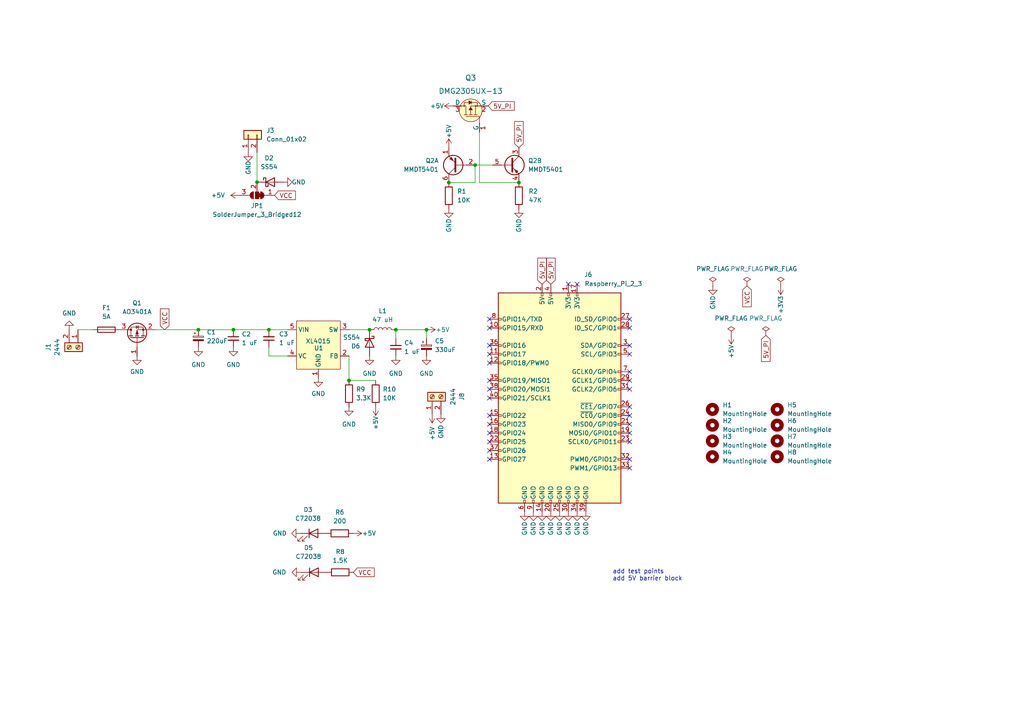
<source format=kicad_sch>
(kicad_sch (version 20211123) (generator eeschema)
  (paper "A4")
  (lib_symbols
    (symbol "Connector:Raspberry_Pi_2_3" (pin_names (offset 1.016))
      (property "Reference" "J" (at -17.78 31.75 0))
      (property "Value" "Raspberry_Pi_2_3" (at 10.16 -31.75 0))
      (symbol "Raspberry_Pi_2_3_0_1"
        (rectangle (start -17.78 30.48) (end 17.78 -30.48) (stroke (width 0.254)) (fill (type background)))
      )
      (symbol "Raspberry_Pi_2_3_1_1"
        (rectangle (start -16.891 -17.526) (end -17.78 -18.034))
        (rectangle (start -16.891 -14.986) (end -17.78 -15.494))
        (rectangle (start -16.891 -12.446) (end -17.78 -12.954))
        (rectangle (start -16.891 -9.906) (end -17.78 -10.414))
        (rectangle (start -16.891 -7.366) (end -17.78 -7.874))
        (rectangle (start -16.891 -4.826) (end -17.78 -5.334))
        (rectangle (start -16.891 0.254) (end -17.78 -0.254))
        (rectangle (start -16.891 2.794) (end -17.78 2.286))
        (rectangle (start -16.891 5.334) (end -17.78 4.826))
        (rectangle (start -16.891 10.414) (end -17.78 9.906))
        (rectangle (start -16.891 12.954) (end -17.78 12.446))
        (rectangle (start -16.891 15.494) (end -17.78 14.986))
        (rectangle (start -16.891 20.574) (end -17.78 20.066))
        (rectangle (start -16.891 23.114) (end -17.78 22.606))
        (rectangle (start -10.414 -29.591) (end -9.906 -30.48))
        (rectangle (start -7.874 -29.591) (end -7.366 -30.48))
        (rectangle (start -5.334 -29.591) (end -4.826 -30.48))
        (rectangle (start -5.334 30.48) (end -4.826 29.591))
        (rectangle (start -2.794 -29.591) (end -2.286 -30.48))
        (rectangle (start -2.794 30.48) (end -2.286 29.591))
        (rectangle (start -0.254 -29.591) (end 0.254 -30.48))
        (rectangle (start 2.286 -29.591) (end 2.794 -30.48))
        (rectangle (start 2.286 30.48) (end 2.794 29.591))
        (rectangle (start 4.826 -29.591) (end 5.334 -30.48))
        (rectangle (start 4.826 30.48) (end 5.334 29.591))
        (rectangle (start 7.366 -29.591) (end 7.874 -30.48))
        (rectangle (start 17.78 -20.066) (end 16.891 -20.574))
        (rectangle (start 17.78 -17.526) (end 16.891 -18.034))
        (rectangle (start 17.78 -12.446) (end 16.891 -12.954))
        (rectangle (start 17.78 -9.906) (end 16.891 -10.414))
        (rectangle (start 17.78 -7.366) (end 16.891 -7.874))
        (rectangle (start 17.78 -4.826) (end 16.891 -5.334))
        (rectangle (start 17.78 -2.286) (end 16.891 -2.794))
        (rectangle (start 17.78 2.794) (end 16.891 2.286))
        (rectangle (start 17.78 5.334) (end 16.891 4.826))
        (rectangle (start 17.78 7.874) (end 16.891 7.366))
        (rectangle (start 17.78 12.954) (end 16.891 12.446))
        (rectangle (start 17.78 15.494) (end 16.891 14.986))
        (rectangle (start 17.78 20.574) (end 16.891 20.066))
        (rectangle (start 17.78 23.114) (end 16.891 22.606))
        (pin power_in line (at 2.54 33.02 270) (length 2.54) (name "3V3") (number "1"))
        (pin bidirectional line (at -20.32 20.32 0) (length 2.54) (name "GPIO15/RXD") (number "10"))
        (pin bidirectional line (at -20.32 12.7 0) (length 2.54) (name "GPIO17") (number "11"))
        (pin bidirectional line (at -20.32 10.16 0) (length 2.54) (name "GPIO18/PWM0") (number "12"))
        (pin bidirectional line (at -20.32 -17.78 0) (length 2.54) (name "GPIO27") (number "13"))
        (pin power_in line (at -5.08 -33.02 90) (length 2.54) (name "GND") (number "14"))
        (pin bidirectional line (at -20.32 -5.08 0) (length 2.54) (name "GPIO22") (number "15"))
        (pin bidirectional line (at -20.32 -7.62 0) (length 2.54) (name "GPIO23") (number "16"))
        (pin power_in line (at 5.08 33.02 270) (length 2.54) (name "3V3") (number "17"))
        (pin bidirectional line (at -20.32 -10.16 0) (length 2.54) (name "GPIO24") (number "18"))
        (pin bidirectional line (at 20.32 -10.16 180) (length 2.54) (name "MOSI0/GPIO10") (number "19"))
        (pin power_in line (at -5.08 33.02 270) (length 2.54) (name "5V") (number "2"))
        (pin power_in line (at -2.54 -33.02 90) (length 2.54) (name "GND") (number "20"))
        (pin bidirectional line (at 20.32 -7.62 180) (length 2.54) (name "MISO0/GPIO9") (number "21"))
        (pin bidirectional line (at -20.32 -12.7 0) (length 2.54) (name "GPIO25") (number "22"))
        (pin bidirectional line (at 20.32 -12.7 180) (length 2.54) (name "SCLK0/GPIO11") (number "23"))
        (pin bidirectional line (at 20.32 -5.08 180) (length 2.54) (name "~{CE0}/GPIO8") (number "24"))
        (pin power_in line (at 0 -33.02 90) (length 2.54) (name "GND") (number "25"))
        (pin bidirectional line (at 20.32 -2.54 180) (length 2.54) (name "~{CE1}/GPIO7") (number "26"))
        (pin bidirectional line (at 20.32 22.86 180) (length 2.54) (name "ID_SD/GPIO0") (number "27"))
        (pin bidirectional line (at 20.32 20.32 180) (length 2.54) (name "ID_SC/GPIO1") (number "28"))
        (pin bidirectional line (at 20.32 5.08 180) (length 2.54) (name "GCLK1/GPIO5") (number "29"))
        (pin bidirectional line (at 20.32 15.24 180) (length 2.54) (name "SDA/GPIO2") (number "3"))
        (pin power_in line (at 2.54 -33.02 90) (length 2.54) (name "GND") (number "30"))
        (pin bidirectional line (at 20.32 2.54 180) (length 2.54) (name "GCLK2/GPIO6") (number "31"))
        (pin bidirectional line (at 20.32 -17.78 180) (length 2.54) (name "PWM0/GPIO12") (number "32"))
        (pin bidirectional line (at 20.32 -20.32 180) (length 2.54) (name "PWM1/GPIO13") (number "33"))
        (pin power_in line (at 5.08 -33.02 90) (length 2.54) (name "GND") (number "34"))
        (pin bidirectional line (at -20.32 5.08 0) (length 2.54) (name "GPIO19/MISO1") (number "35"))
        (pin bidirectional line (at -20.32 15.24 0) (length 2.54) (name "GPIO16") (number "36"))
        (pin bidirectional line (at -20.32 -15.24 0) (length 2.54) (name "GPIO26") (number "37"))
        (pin bidirectional line (at -20.32 2.54 0) (length 2.54) (name "GPIO20/MOSI1") (number "38"))
        (pin power_in line (at 7.62 -33.02 90) (length 2.54) (name "GND") (number "39"))
        (pin power_in line (at -2.54 33.02 270) (length 2.54) (name "5V") (number "4"))
        (pin bidirectional line (at -20.32 0 0) (length 2.54) (name "GPIO21/SCLK1") (number "40"))
        (pin bidirectional line (at 20.32 12.7 180) (length 2.54) (name "SCL/GPIO3") (number "5"))
        (pin power_in line (at -10.16 -33.02 90) (length 2.54) (name "GND") (number "6"))
        (pin bidirectional line (at 20.32 7.62 180) (length 2.54) (name "GCLK0/GPIO4") (number "7"))
        (pin bidirectional line (at -20.32 22.86 0) (length 2.54) (name "GPIO14/TXD") (number "8"))
        (pin power_in line (at -7.62 -33.02 90) (length 2.54) (name "GND") (number "9"))
      )
    )
    (symbol "Connector:Screw_Terminal_01x02" (pin_names (offset 1.016) hide)
      (property "Reference" "J" (at 0 2.54 0))
      (property "Value" "Screw_Terminal_01x02" (at 0 -5.08 0))
      (symbol "Screw_Terminal_01x02_1_1"
        (rectangle (start -1.27 1.27) (end 1.27 -3.81) (stroke (width 0.254)) (fill (type background)))
        (circle (center 0 -2.54) (radius 0.635) (stroke (width 0.1524)))
        (polyline (pts (xy -0.5334 -2.2098) (xy 0.3302 -3.048)) (stroke (width 0.1524)))
        (polyline (pts (xy -0.5334 0.3302) (xy 0.3302 -0.508)) (stroke (width 0.1524)))
        (polyline (pts (xy -0.3556 -2.032) (xy 0.508 -2.8702)) (stroke (width 0.1524)))
        (polyline (pts (xy -0.3556 0.508) (xy 0.508 -0.3302)) (stroke (width 0.1524)))
        (circle (center 0 0) (radius 0.635) (stroke (width 0.1524)))
        (pin passive line (at -5.08 0 0) (length 3.81) (name "Pin_1") (number "1"))
        (pin passive line (at -5.08 -2.54 0) (length 3.81) (name "Pin_2") (number "2"))
      )
    )
    (symbol "Connector_Generic:Conn_01x02" (pin_names (offset 1.016) hide)
      (property "Reference" "J" (at 0 2.54 0))
      (property "Value" "Conn_01x02" (at 0 -5.08 0))
      (symbol "Conn_01x02_1_1"
        (rectangle (start -1.27 -2.413) (end 0 -2.667) (stroke (width 0.1524)))
        (rectangle (start -1.27 0.127) (end 0 -0.127) (stroke (width 0.1524)))
        (rectangle (start -1.27 1.27) (end 1.27 -3.81) (stroke (width 0.254)) (fill (type background)))
        (pin passive line (at -5.08 0 0) (length 3.81) (name "Pin_1") (number "1"))
        (pin passive line (at -5.08 -2.54 0) (length 3.81) (name "Pin_2") (number "2"))
      )
    )
    (symbol "Device:C_Polarized_Small" (pin_numbers hide) (pin_names (offset 0.254) hide)
      (property "Reference" "C" (at 0.254 1.778 0))
      (property "Value" "C_Polarized_Small" (at 0.254 -2.032 0))
      (symbol "C_Polarized_Small_0_1"
        (rectangle (start -1.524 -0.3048) (end 1.524 -0.6858) (fill (type outline)))
        (rectangle (start -1.524 0.6858) (end 1.524 0.3048))
        (polyline (pts (xy -1.27 1.524) (xy -0.762 1.524)))
        (polyline (pts (xy -1.016 1.27) (xy -1.016 1.778)))
      )
      (symbol "C_Polarized_Small_1_1"
        (pin passive line (at 0 2.54 270) (length 1.8542) (name "~") (number "1"))
        (pin passive line (at 0 -2.54 90) (length 1.8542) (name "~") (number "2"))
      )
    )
    (symbol "Device:C_Small" (pin_numbers hide) (pin_names (offset 0.254) hide)
      (property "Reference" "C" (at 0.254 1.778 0))
      (property "Value" "C_Small" (at 0.254 -2.032 0))
      (symbol "C_Small_0_1"
        (polyline (pts (xy -1.524 -0.508) (xy 1.524 -0.508)) (stroke (width 0.3302)))
        (polyline (pts (xy -1.524 0.508) (xy 1.524 0.508)) (stroke (width 0.3048)))
      )
      (symbol "C_Small_1_1"
        (pin passive line (at 0 2.54 270) (length 2.032) (name "~") (number "1"))
        (pin passive line (at 0 -2.54 90) (length 2.032) (name "~") (number "2"))
      )
    )
    (symbol "Device:D_Schottky" (pin_numbers hide) (pin_names (offset 1.016) hide)
      (property "Reference" "D" (at 0 2.54 0))
      (property "Value" "D_Schottky" (at 0 -2.54 0))
      (symbol "D_Schottky_0_1"
        (polyline (pts (xy 1.27 0) (xy -1.27 0)))
        (polyline (pts (xy 1.27 1.27) (xy 1.27 -1.27) (xy -1.27 0) (xy 1.27 1.27)) (stroke (width 0.254)))
        (polyline (pts (xy -1.905 0.635) (xy -1.905 1.27) (xy -1.27 1.27) (xy -1.27 -1.27) (xy -0.635 -1.27) (xy -0.635 -0.635)) (stroke (width 0.254)))
      )
      (symbol "D_Schottky_1_1"
        (pin passive line (at -3.81 0 0) (length 2.54) (name "K") (number "1"))
        (pin passive line (at 3.81 0 180) (length 2.54) (name "A") (number "2"))
      )
    )
    (symbol "Device:Fuse" (pin_numbers hide) (pin_names (offset 0))
      (property "Reference" "F" (at 2.032 0 90))
      (property "Value" "Fuse" (at -1.905 0 90))
      (symbol "Fuse_0_1"
        (rectangle (start -0.762 -2.54) (end 0.762 2.54) (stroke (width 0.254)))
        (polyline (pts (xy 0 2.54) (xy 0 -2.54)))
      )
      (symbol "Fuse_1_1"
        (pin passive line (at 0 3.81 270) (length 1.27) (name "~") (number "1"))
        (pin passive line (at 0 -3.81 90) (length 1.27) (name "~") (number "2"))
      )
    )
    (symbol "Device:L" (pin_numbers hide) (pin_names (offset 1.016) hide)
      (property "Reference" "L" (at -1.27 0 90))
      (property "Value" "L" (at 1.905 0 90))
      (symbol "L_0_1"
        (arc (start 0 -2.54) (mid 0.635 -1.905) (end 0 -1.27))
        (arc (start 0 -1.27) (mid 0.635 -0.635) (end 0 0))
        (arc (start 0 0) (mid 0.635 0.635) (end 0 1.27))
        (arc (start 0 1.27) (mid 0.635 1.905) (end 0 2.54))
      )
      (symbol "L_1_1"
        (pin passive line (at 0 3.81 270) (length 1.27) (name "1") (number "1"))
        (pin passive line (at 0 -3.81 90) (length 1.27) (name "2") (number "2"))
      )
    )
    (symbol "Device:LED" (pin_numbers hide) (pin_names (offset 1.016) hide)
      (property "Reference" "D" (at 0 2.54 0))
      (property "Value" "LED" (at 0 -2.54 0))
      (symbol "LED_0_1"
        (polyline (pts (xy -1.27 -1.27) (xy -1.27 1.27)) (stroke (width 0.254)))
        (polyline (pts (xy -1.27 0) (xy 1.27 0)))
        (polyline (pts (xy 1.27 -1.27) (xy 1.27 1.27) (xy -1.27 0) (xy 1.27 -1.27)) (stroke (width 0.254)))
        (polyline (pts (xy -3.048 -0.762) (xy -4.572 -2.286) (xy -3.81 -2.286) (xy -4.572 -2.286) (xy -4.572 -1.524)))
        (polyline (pts (xy -1.778 -0.762) (xy -3.302 -2.286) (xy -2.54 -2.286) (xy -3.302 -2.286) (xy -3.302 -1.524)))
      )
      (symbol "LED_1_1"
        (pin passive line (at -3.81 0 0) (length 2.54) (name "K") (number "1"))
        (pin passive line (at 3.81 0 180) (length 2.54) (name "A") (number "2"))
      )
    )
    (symbol "Device:R" (pin_numbers hide) (pin_names (offset 0))
      (property "Reference" "R" (at 2.032 0 90))
      (property "Value" "R" (at 0 0 90))
      (symbol "R_0_1"
        (rectangle (start -1.016 -2.54) (end 1.016 2.54) (stroke (width 0.254)))
      )
      (symbol "R_1_1"
        (pin passive line (at 0 3.81 270) (length 1.27) (name "~") (number "1"))
        (pin passive line (at 0 -3.81 90) (length 1.27) (name "~") (number "2"))
      )
    )
    (symbol "Jumper:SolderJumper_3_Bridged12" (pin_names (offset 0) hide)
      (property "Reference" "JP" (at -2.54 -2.54 0))
      (property "Value" "SolderJumper_3_Bridged12" (at 0 2.794 0))
      (symbol "SolderJumper_3_Bridged12_0_1"
        (rectangle (start -1.016 0.508) (end -0.508 -0.508) (fill (type outline)))
        (arc (start -1.016 1.016) (mid -2.032 0) (end -1.016 -1.016))
        (arc (start -1.016 1.016) (mid -2.032 0) (end -1.016 -1.016) (fill (type outline)))
        (rectangle (start -0.508 1.016) (end 0.508 -1.016) (fill (type outline)))
        (polyline (pts (xy -2.54 0) (xy -2.032 0)))
        (polyline (pts (xy -1.016 1.016) (xy -1.016 -1.016)))
        (polyline (pts (xy 0 -1.27) (xy 0 -1.016)))
        (polyline (pts (xy 1.016 1.016) (xy 1.016 -1.016)))
        (polyline (pts (xy 2.54 0) (xy 2.032 0)))
        (arc (start 1.016 -1.016) (mid 2.032 0) (end 1.016 1.016))
        (arc (start 1.016 -1.016) (mid 2.032 0) (end 1.016 1.016) (fill (type outline)))
      )
      (symbol "SolderJumper_3_Bridged12_1_1"
        (pin passive line (at -5.08 0 0) (length 2.54) (name "A") (number "1"))
        (pin passive line (at 0 -3.81 90) (length 2.54) (name "C") (number "2"))
        (pin passive line (at 5.08 0 180) (length 2.54) (name "B") (number "3"))
      )
    )
    (symbol "Mechanical:MountingHole" (pin_names (offset 1.016))
      (property "Reference" "H" (at 0 5.08 0))
      (property "Value" "MountingHole" (at 0 3.175 0))
      (symbol "MountingHole_0_1"
        (circle (center 0 0) (radius 1.27) (stroke (width 1.27)))
      )
    )
    (symbol "Regulator_Switching:XL4015"
      (property "Reference" "U" (at 0 -1.27 0))
      (property "Value" "XL4015" (at 0 1.27 0))
      (symbol "XL4015_0_1"
        (rectangle (start -6.35 6.35) (end 6.35 -7.62) (stroke (width 0.1524)) (fill (type background)))
      )
      (symbol "XL4015_1_1"
        (pin power_in line (at 0 -10.16 90) (length 2.54) (name "GND") (number "1"))
        (pin input line (at 8.89 -3.81 180) (length 2.54) (name "FB") (number "2"))
        (pin power_out line (at 8.89 3.81 180) (length 2.54) (name "SW") (number "3"))
        (pin input line (at -8.89 -3.81 0) (length 2.54) (name "VC") (number "4"))
        (pin power_in line (at -8.89 3.81 0) (length 2.54) (name "VIN") (number "5"))
      )
    )
    (symbol "Transistor_BJT:MMDT5401" (pin_names (offset 0) hide)
      (property "Reference" "Q" (at 5.08 1.27 0))
      (property "Value" "MMDT5401" (at 5.08 -1.27 0))
      (symbol "MMDT5401_0_1"
        (polyline (pts (xy 0.635 0) (xy -2.54 0)))
        (polyline (pts (xy 0.635 0.635) (xy 2.54 2.54)))
        (polyline (pts (xy 0.635 -0.635) (xy 2.54 -2.54) (xy 2.54 -2.54)))
        (polyline (pts (xy 0.635 1.905) (xy 0.635 -1.905) (xy 0.635 -1.905)) (stroke (width 0.508)))
        (polyline (pts (xy 2.286 -1.778) (xy 1.778 -2.286) (xy 1.27 -1.27) (xy 2.286 -1.778) (xy 2.286 -1.778)) (fill (type outline)))
        (circle (center 1.27 0) (radius 2.8194) (stroke (width 0.254)))
      )
      (symbol "MMDT5401_1_1"
        (pin passive line (at 2.54 -5.08 90) (length 2.54) (name "E1") (number "1"))
        (pin input line (at -5.08 0 0) (length 2.54) (name "B1") (number "2"))
        (pin passive line (at 2.54 5.08 270) (length 2.54) (name "C1") (number "6"))
      )
      (symbol "MMDT5401_2_1"
        (pin passive line (at 2.54 5.08 270) (length 2.54) (name "C2") (number "3"))
        (pin passive line (at 2.54 -5.08 90) (length 2.54) (name "E2") (number "4"))
        (pin input line (at -5.08 0 0) (length 2.54) (name "B2") (number "5"))
      )
    )
    (symbol "Transistor_FET:AO3401A" (pin_names hide)
      (property "Reference" "Q" (at 5.08 1.905 0))
      (property "Value" "AO3401A" (at 5.08 0 0))
      (symbol "AO3401A_0_1"
        (polyline (pts (xy 0.254 0) (xy -2.54 0)))
        (polyline (pts (xy 0.254 1.905) (xy 0.254 -1.905)) (stroke (width 0.254)))
        (polyline (pts (xy 0.762 -1.27) (xy 0.762 -2.286)) (stroke (width 0.254)))
        (polyline (pts (xy 0.762 0.508) (xy 0.762 -0.508)) (stroke (width 0.254)))
        (polyline (pts (xy 0.762 2.286) (xy 0.762 1.27)) (stroke (width 0.254)))
        (polyline (pts (xy 2.54 2.54) (xy 2.54 1.778)))
        (polyline (pts (xy 2.54 -2.54) (xy 2.54 0) (xy 0.762 0)))
        (polyline (pts (xy 0.762 1.778) (xy 3.302 1.778) (xy 3.302 -1.778) (xy 0.762 -1.778)))
        (polyline (pts (xy 2.286 0) (xy 1.27 0.381) (xy 1.27 -0.381) (xy 2.286 0)) (fill (type outline)))
        (polyline (pts (xy 2.794 -0.508) (xy 2.921 -0.381) (xy 3.683 -0.381) (xy 3.81 -0.254)))
        (polyline (pts (xy 3.302 -0.381) (xy 2.921 0.254) (xy 3.683 0.254) (xy 3.302 -0.381)))
        (circle (center 1.651 0) (radius 2.794) (stroke (width 0.254)))
        (circle (center 2.54 -1.778) (radius 0.254) (fill (type outline)))
        (circle (center 2.54 1.778) (radius 0.254) (fill (type outline)))
      )
      (symbol "AO3401A_1_1"
        (pin input line (at -5.08 0 0) (length 2.54) (name "G") (number "1"))
        (pin passive line (at 2.54 -5.08 90) (length 2.54) (name "S") (number "2"))
        (pin passive line (at 2.54 5.08 270) (length 2.54) (name "D") (number "3"))
      )
    )
    (symbol "dk_Transistors-FETs-MOSFETs-Single:DMG2305UX-13" (pin_names (offset 0))
      (property "Reference" "Q" (at -2.6924 3.6322 0))
      (property "Value" "DMG2305UX-13" (at 3.4544 0 90))
      (symbol "DMG2305UX-13_0_1"
        (circle (center -1.27 0) (radius 3.302) (fill (type background)))
        (circle (center 0 -1.905) (radius 0.127))
        (circle (center 0 -1.397) (radius 0.127))
        (polyline (pts (xy 0 -1.397) (xy -2.54 -1.397)))
        (polyline (pts (xy -5.08 -2.54) (xy -3.048 -2.54) (xy -3.048 1.397)))
        (polyline (pts (xy 0 -2.54) (xy 0 0) (xy -2.54 0)))
        (polyline (pts (xy 0 2.54) (xy 0 1.397) (xy -2.54 1.397)))
        (polyline (pts (xy -0.127 -1.905) (xy 1.016 -1.905) (xy 1.016 1.397) (xy 1.016 1.905) (xy -0.127 1.905)))
        (circle (center 0 1.905) (radius 0.127))
      )
      (symbol "DMG2305UX-13_1_1"
        (polyline (pts (xy -2.54 -1.397) (xy -2.54 -1.905)))
        (polyline (pts (xy -2.54 -1.397) (xy -2.54 -0.889)))
        (polyline (pts (xy -2.54 0) (xy -2.54 -0.508)))
        (polyline (pts (xy -2.54 0) (xy -2.54 0.508)))
        (polyline (pts (xy -2.54 1.905) (xy -2.54 0.889)))
        (polyline (pts (xy 1.524 -0.254) (xy 0.508 -0.254)))
        (polyline (pts (xy -0.381 0) (xy -1.143 0.508) (xy -1.143 -0.508) (xy -0.381 0)) (fill (type outline)))
        (polyline (pts (xy 1.016 -0.254) (xy 1.524 0.508) (xy 0.508 0.508) (xy 1.016 -0.254)) (fill (type outline)))
        (pin bidirectional line (at -7.62 -2.54 0) (length 2.54) (name "G") (number "1"))
        (pin bidirectional line (at 0 -5.08 90) (length 2.54) (name "S") (number "2"))
        (pin bidirectional line (at 0 5.08 270) (length 2.54) (name "D") (number "3"))
      )
    )
    (symbol "power:+3V3" (power) (pin_names (offset 0))
      (property "Value" "+3V3" (at 0 3.556 0))
      (symbol "+3V3_0_1"
        (polyline (pts (xy -0.762 1.27) (xy 0 2.54)))
        (polyline (pts (xy 0 0) (xy 0 2.54)))
        (polyline (pts (xy 0 2.54) (xy 0.762 1.27)))
      )
      (symbol "+3V3_1_1"
        (pin power_in line (at 0 0 90) (length 0) hide (name "+3V3") (number "1"))
      )
    )
    (symbol "power:+5V" (power) (pin_names (offset 0))
      (property "Value" "+5V" (at 0 3.556 0))
      (symbol "+5V_0_1"
        (polyline (pts (xy -0.762 1.27) (xy 0 2.54)))
        (polyline (pts (xy 0 0) (xy 0 2.54)))
        (polyline (pts (xy 0 2.54) (xy 0.762 1.27)))
      )
      (symbol "+5V_1_1"
        (pin power_in line (at 0 0 90) (length 0) hide (name "+5V") (number "1"))
      )
    )
    (symbol "power:GND" (power) (pin_names (offset 0))
      (property "Value" "GND" (at 0 -3.81 0))
      (symbol "GND_0_1"
        (polyline (pts (xy 0 0) (xy 0 -1.27) (xy 1.27 -1.27) (xy 0 -2.54) (xy -1.27 -1.27) (xy 0 -1.27)))
      )
      (symbol "GND_1_1"
        (pin power_in line (at 0 0 270) (length 0) hide (name "GND") (number "1"))
      )
    )
    (symbol "power:PWR_FLAG" (power) (pin_numbers hide) (pin_names (offset 0) hide)
      (property "Value" "PWR_FLAG" (at 0 3.81 0))
      (symbol "PWR_FLAG_0_0"
        (pin power_out line (at 0 0 90) (length 0) (name "pwr") (number "1"))
      )
      (symbol "PWR_FLAG_0_1"
        (polyline (pts (xy 0 0) (xy 0 1.27) (xy -1.016 1.905) (xy 0 2.54) (xy 1.016 1.905) (xy 0 1.27)))
      )
    )
  )
  (junction (at 77.978 95.631))
  (junction (at 57.531 95.631))
  (junction (at 150.495 52.959))
  (junction (at 107.188 95.631))
  (junction (at 114.808 95.631))
  (junction (at 123.698 95.631))
  (junction (at 130.175 52.959))
  (junction (at 137.795 47.879))
  (junction (at 67.691 95.631))
  (junction (at 101.219 110.363))
  (junction (at 74.549 52.832))
  (no_connect (at 164.846 82.423))
  (no_connect (at 182.626 92.583))
  (no_connect (at 182.626 95.123))
  (no_connect (at 141.986 133.223))
  (no_connect (at 141.986 125.603))
  (no_connect (at 141.986 123.063))
  (no_connect (at 141.986 128.143))
  (no_connect (at 141.986 130.683))
  (no_connect (at 141.986 115.443))
  (no_connect (at 141.986 110.363))
  (no_connect (at 141.986 120.523))
  (no_connect (at 141.986 112.903))
  (no_connect (at 141.986 105.283))
  (no_connect (at 182.626 135.763))
  (no_connect (at 182.626 110.363))
  (no_connect (at 182.626 112.903))
  (no_connect (at 182.626 107.823))
  (no_connect (at 182.626 133.223))
  (no_connect (at 182.626 117.983))
  (no_connect (at 141.986 100.203))
  (no_connect (at 141.986 102.743))
  (no_connect (at 182.626 120.523))
  (no_connect (at 182.626 123.063))
  (no_connect (at 182.626 125.603))
  (no_connect (at 182.626 128.143))
  (no_connect (at 141.986 92.583))
  (no_connect (at 141.986 95.123))
  (no_connect (at 167.386 82.423))
  (no_connect (at 182.626 100.203))
  (no_connect (at 182.626 102.743))
  (wire (pts (xy 139.065 52.959) (xy 150.495 52.959)))
  (wire (pts (xy 101.219 110.363) (xy 108.966 110.363)))
  (wire (pts (xy 22.606 95.631) (xy 27.051 95.631)))
  (wire (pts (xy 44.831 95.631) (xy 57.531 95.631)))
  (wire (pts (xy 137.795 47.879) (xy 142.875 47.879)))
  (wire (pts (xy 101.219 95.631) (xy 107.188 95.631)))
  (wire (pts (xy 77.978 95.631) (xy 83.439 95.631)))
  (wire (pts (xy 137.795 47.879) (xy 137.795 52.959)))
  (wire (pts (xy 123.698 95.631) (xy 123.698 98.171)))
  (wire (pts (xy 114.808 95.631) (xy 114.808 98.171)))
  (wire (pts (xy 137.795 52.959) (xy 130.175 52.959)))
  (wire (pts (xy 67.691 95.631) (xy 77.978 95.631)))
  (wire (pts (xy 114.808 95.631) (xy 123.698 95.631)))
  (wire (pts (xy 77.978 100.711) (xy 77.978 103.251)))
  (wire (pts (xy 101.219 103.251) (xy 101.219 110.363)))
  (wire (pts (xy 74.549 44.196) (xy 74.549 52.832)))
  (wire (pts (xy 139.065 52.959) (xy 139.065 38.354)))
  (wire (pts (xy 77.978 103.251) (xy 83.439 103.251)))
  (wire (pts (xy 57.531 95.631) (xy 67.691 95.631)))
  (text "add test points\nadd 5V barrier block" (at 177.673 168.656 0) (effects (font (size 1.27 1.27)) (justify left bottom)))
  (global_label "5V_PI" (shape input) (at 222.123 97.282 270) (property "Intersheet References" "${INTERSHEET_REFS}" (effects hide)))
  (global_label "5V_PI" (shape input) (at 157.226 82.423 90) (property "Intersheet References" "${INTERSHEET_REFS}" (effects hide)))
  (global_label "5V_PI" (shape input) (at 141.605 30.734 0) (property "Intersheet References" "${INTERSHEET_REFS}" (effects hide)))
  (global_label "VCC" (shape input) (at 216.662 82.931 270) (property "Intersheet References" "${INTERSHEET_REFS}" (effects hide)))
  (global_label "5V_PI" (shape input) (at 159.766 82.423 90) (property "Intersheet References" "${INTERSHEET_REFS}" (effects hide)))
  (global_label "VCC" (shape input) (at 79.629 56.642 0) (property "Intersheet References" "${INTERSHEET_REFS}" (effects hide)))
  (global_label "5V_PI" (shape input) (at 150.495 42.799 90) (property "Intersheet References" "${INTERSHEET_REFS}" (effects hide)))
  (global_label "VCC" (shape input) (at 47.752 95.631 90) (property "Intersheet References" "${INTERSHEET_REFS}" (effects hide)))
  (global_label "VCC" (shape input) (at 102.489 165.989 0) (property "Intersheet References" "${INTERSHEET_REFS}" (effects hide)))
  (symbol (lib_id "power:+3V3") (at 226.441 82.931 180) (unit 1)
    (property "Reference" "#PWR050" (effects hide))
    (property "Value" "+3V3" (at 226.441 88.392 90))
  )
  (symbol (lib_id "power:GND") (at 67.691 100.711 0) (unit 1)
    (property "Reference" "#PWR04" (effects hide))
    (property "Value" "GND" (at 67.691 105.791 0))
  )
  (symbol (lib_id "power:GND") (at 20.066 95.631 180) (unit 1)
    (property "Reference" "#PWR01" (effects hide))
    (property "Value" "GND" (at 20.066 90.8558 0))
  )
  (symbol (lib_id "power:+5V") (at 108.966 117.983 180) (unit 1)
    (property "Reference" "#PWR045" (effects hide))
    (property "Value" "+5V" (at 108.966 124.714 90) (effects (justify right)))
  )
  (symbol (lib_id "power:GND") (at 159.766 148.463 0) (unit 1)
    (property "Reference" "#PWR022" (effects hide))
    (property "Value" "GND" (at 159.766 153.289 90))
  )
  (symbol (lib_id "Device:LED") (at 90.932 154.686 0) (unit 1)
    (property "Reference" "D3" (at 89.3445 147.828 0))
    (property "Value" "C72038" (at 89.3445 150.368 0))
    (property "Footprint" "LED_SMD:LED_0603_1608Metric" (effects hide))
  )
  (symbol (lib_id "Mechanical:MountingHole") (at 206.629 132.461 0) (unit 1)
    (property "Reference" "H4" (at 209.55 131.1909 0) (effects (justify left)))
    (property "Value" "MountingHole" (at 209.55 133.7309 0) (effects (justify left)))
    (property "Footprint" "MountingHole:MountingHole_2.7mm_M2.5_DIN965_Pad" (effects hide))
  )
  (symbol (lib_id "power:GND") (at 107.188 103.251 0) (unit 1)
    (property "Reference" "#PWR044" (effects hide))
    (property "Value" "GND" (at 107.188 108.331 0))
  )
  (symbol (lib_id "power:PWR_FLAG") (at 222.123 97.282 0) (unit 1)
    (property "Reference" "#FLG04" (effects hide))
    (property "Value" "PWR_FLAG" (at 222.123 92.329 0))
  )
  (symbol (lib_id "Connector_Generic:Conn_01x02") (at 72.009 39.116 90) (unit 1)
    (property "Reference" "J3" (at 77.216 37.8459 90) (effects (justify right)))
    (property "Value" "Conn_01x02" (at 77.216 40.3859 90) (effects (justify right)))
    (property "Footprint" "Connector_JST:JST_XH_B2B-XH-A_1x02_P2.50mm_Vertical" (effects hide))
  )
  (symbol (lib_id "power:GND") (at 152.146 148.463 0) (unit 1)
    (property "Reference" "#PWR019" (effects hide))
    (property "Value" "GND" (at 152.146 153.289 90))
  )
  (symbol (lib_id "Device:C_Small") (at 114.808 100.711 0) (unit 1)
    (property "Reference" "C4" (at 117.221 99.4472 0) (effects (justify left)))
    (property "Value" "1 uF" (at 117.221 101.9872 0) (effects (justify left)))
    (property "Footprint" "Capacitor_SMD:C_0603_1608Metric" (effects hide))
    (property "JLC" "C15849" (effects hide))
  )
  (symbol (lib_id "power:PWR_FLAG") (at 212.09 97.282 0) (unit 1)
    (property "Reference" "#FLG03" (effects hide))
    (property "Value" "PWR_FLAG" (at 212.09 92.329 0))
  )
  (symbol (lib_id "power:+5V") (at 123.698 95.631 270) (unit 1)
    (property "Reference" "#PWR053" (effects hide))
    (property "Value" "+5V" (at 130.429 95.631 90) (effects (justify right)))
  )
  (symbol (lib_id "Device:C_Small") (at 77.978 98.171 180) (unit 1)
    (property "Reference" "C3" (at 80.899 96.8945 0) (effects (justify right)))
    (property "Value" "1 uF" (at 80.899 99.4345 0) (effects (justify right)))
    (property "Footprint" "Capacitor_SMD:C_0603_1608Metric" (effects hide))
    (property "JLC" "C15849" (effects hide))
  )
  (symbol (lib_id "power:+5V") (at 130.175 42.799 0) (unit 1)
    (property "Reference" "#PWR013" (effects hide))
    (property "Value" "+5V" (at 130.175 36.068 90) (effects (justify right)))
  )
  (symbol (lib_id "Device:C_Small") (at 67.691 98.171 0) (unit 1)
    (property "Reference" "C2" (at 70.104 96.9072 0) (effects (justify left)))
    (property "Value" "1 uF" (at 70.104 99.4472 0) (effects (justify left)))
    (property "Footprint" "Capacitor_SMD:C_0603_1608Metric" (effects hide))
    (property "JLC" "C15849" (effects hide))
  )
  (symbol (lib_id "Connector:Screw_Terminal_01x02") (at 22.606 100.711 270) (unit 1)
    (property "Reference" "J1" (at 14.0208 100.711 0))
    (property "Value" "2444" (at 16.5608 100.711 0))
    (property "Footprint" "TerminalBlock_4Ucon:TerminalBlock_4Ucon_1x02_P3.50mm_Horizontal" (effects hide))
  )
  (symbol (lib_id "power:GND") (at 162.306 148.463 0) (unit 1)
    (property "Reference" "#PWR023" (effects hide))
    (property "Value" "GND" (at 162.306 153.289 90))
  )
  (symbol (lib_id "Device:R") (at 98.679 165.989 90) (unit 1)
    (property "Reference" "R8" (at 98.679 160.02 90))
    (property "Value" "1.5K" (at 98.679 162.56 90))
    (property "Footprint" "Resistor_SMD:R_0402_1005Metric" (effects hide))
    (property "JLC" "C25867" (effects hide))
  )
  (symbol (lib_id "power:PWR_FLAG") (at 226.441 82.931 0) (unit 1)
    (property "Reference" "#FLG05" (effects hide))
    (property "Value" "PWR_FLAG" (at 226.441 77.978 0))
  )
  (symbol (lib_id "Mechanical:MountingHole") (at 206.629 127.889 0) (unit 1)
    (property "Reference" "H3" (at 209.55 126.6189 0) (effects (justify left)))
    (property "Value" "MountingHole" (at 209.55 129.1589 0) (effects (justify left)))
    (property "Footprint" "MountingHole:MountingHole_2.7mm_M2.5_DIN965_Pad" (effects hide))
  )
  (symbol (lib_id "power:+5V") (at 69.469 56.642 90) (unit 1)
    (property "Reference" "#PWR06" (effects hide))
    (property "Value" "+5V" (at 65.278 56.6421 90) (effects (justify left)))
  )
  (symbol (lib_id "power:GND") (at 164.846 148.463 0) (unit 1)
    (property "Reference" "#PWR025" (effects hide))
    (property "Value" "GND" (at 164.846 153.289 90))
  )
  (symbol (lib_id "power:GND") (at 127.889 120.142 0) (unit 1)
    (property "Reference" "#PWR08" (effects hide))
    (property "Value" "GND" (at 127.889 125.222 90))
  )
  (symbol (lib_id "power:GND") (at 57.531 100.711 0) (unit 1)
    (property "Reference" "#PWR03" (effects hide))
    (property "Value" "GND" (at 57.531 105.791 0))
  )
  (symbol (lib_id "power:GND") (at 206.756 82.931 0) (unit 1)
    (property "Reference" "#PWR048" (effects hide))
    (property "Value" "GND" (at 206.756 87.757 90))
  )
  (symbol (lib_id "Mechanical:MountingHole") (at 206.629 123.317 0) (unit 1)
    (property "Reference" "H2" (at 209.55 122.0469 0) (effects (justify left)))
    (property "Value" "MountingHole" (at 209.55 124.5869 0) (effects (justify left)))
    (property "Footprint" "MountingHole:MountingHole_2.7mm_M2.5_DIN965_Pad" (effects hide))
  )
  (symbol (lib_id "Mechanical:MountingHole") (at 225.425 127.889 0) (unit 1)
    (property "Reference" "H7" (at 228.346 126.6189 0) (effects (justify left)))
    (property "Value" "MountingHole" (at 228.346 129.1589 0) (effects (justify left)))
    (property "Footprint" "MountingHole:MountingHole_3.5mm" (effects hide))
  )
  (symbol (lib_id "power:+5V") (at 125.349 120.142 180) (unit 1)
    (property "Reference" "#PWR05" (effects hide))
    (property "Value" "+5V" (at 125.349 125.73 90))
  )
  (symbol (lib_id "Device:C_Polarized_Small") (at 57.531 98.171 0) (unit 1)
    (property "Reference" "C1" (at 59.944 96.3548 0) (effects (justify left)))
    (property "Value" "220uF" (at 59.944 98.8948 0) (effects (justify left)))
    (property "Footprint" "Capacitor_SMD:CP_Elec_10x10" (effects hide))
    (property "JLC" "C176670" (effects hide))
  )
  (symbol (lib_id "power:GND") (at 39.751 103.251 0) (unit 1)
    (property "Reference" "#PWR02" (effects hide))
    (property "Value" "GND" (at 39.751 107.823 0))
  )
  (symbol (lib_id "power:GND") (at 87.122 154.686 270) (unit 1)
    (property "Reference" "#PWR046" (effects hide))
    (property "Value" "GND" (at 83.185 154.6859 90) (effects (justify right)))
  )
  (symbol (lib_id "power:+5V") (at 102.362 154.686 270) (unit 1)
    (property "Reference" "#PWR036" (effects hide))
    (property "Value" "+5V" (at 109.093 154.686 90) (effects (justify right)))
  )
  (symbol (lib_id "power:PWR_FLAG") (at 206.756 82.931 0) (unit 1)
    (property "Reference" "#FLG01" (effects hide))
    (property "Value" "PWR_FLAG" (at 206.756 77.978 0))
  )
  (symbol (lib_id "power:PWR_FLAG") (at 216.662 82.931 0) (unit 1)
    (property "Reference" "#FLG02" (effects hide))
    (property "Value" "PWR_FLAG" (at 216.662 77.978 0))
  )
  (symbol (lib_id "Device:R") (at 150.495 56.769 0) (unit 1)
    (property "Reference" "R2" (at 153.289 55.4989 0) (effects (justify left)))
    (property "Value" "47K" (at 153.289 58.0389 0) (effects (justify left)))
    (property "Footprint" "Resistor_SMD:R_0402_1005Metric" (effects hide))
    (property "JLC" "C25792" (effects hide))
  )
  (symbol (lib_id "Device:R") (at 98.552 154.686 90) (unit 1)
    (property "Reference" "R6" (at 98.552 148.59 90))
    (property "Value" "200" (at 98.552 151.13 90))
    (property "Footprint" "Resistor_SMD:R_0402_1005Metric" (effects hide))
    (property "JLC" "C25087" (effects hide))
  )
  (symbol (lib_id "Device:D_Schottky") (at 78.359 52.832 0) (unit 1)
    (property "Reference" "D2" (at 78.0415 45.847 0))
    (property "Value" "SS54" (at 78.0415 48.387 0))
    (property "Footprint" "Diode_SMD:D_SMA" (effects hide))
  )
  (symbol (lib_id "Mechanical:MountingHole") (at 225.425 118.745 0) (unit 1)
    (property "Reference" "H5" (at 228.346 117.4749 0) (effects (justify left)))
    (property "Value" "MountingHole" (at 228.346 120.0149 0) (effects (justify left)))
    (property "Footprint" "MountingHole:MountingHole_3.5mm" (effects hide))
  )
  (symbol (lib_id "Device:C_Polarized_Small") (at 123.698 100.711 0) (unit 1)
    (property "Reference" "C5" (at 126.111 98.8948 0) (effects (justify left)))
    (property "Value" "330uF" (at 126.111 101.4348 0) (effects (justify left)))
    (property "Footprint" "Capacitor_SMD:CP_Elec_6.3x7.7" (effects hide))
    (property "JLC" "C58277" (effects hide))
  )
  (symbol (lib_id "Transistor_BJT:MMDT5401") (at 147.955 47.879 0) (unit 2)
    (property "Reference" "Q2" (at 153.162 46.6089 0) (effects (justify left)))
    (property "Value" "MMDT5401" (at 153.162 49.1489 0) (effects (justify left)))
    (property "Footprint" "Package_TO_SOT_SMD:SOT-363_SC-70-6" (effects hide))
    (property "Datasheet" "http://www.diodes.com/_files/datasheets/ds30169.pdf" (effects hide))
  )
  (symbol (lib_id "Device:Fuse") (at 30.861 95.631 90) (unit 1)
    (property "Reference" "F1" (at 30.861 89.281 90))
    (property "Value" "5A" (at 30.861 91.821 90))
    (property "Footprint" "Fuse:Fuseholder_Littelfuse_Nano2_154x" (effects hide))
    (property "JLC" "C206916" (effects hide))
  )
  (symbol (lib_id "Jumper:SolderJumper_3_Bridged12") (at 74.549 56.642 180) (unit 1)
    (property "Reference" "JP1" (at 74.549 59.69 0))
    (property "Value" "SolderJumper_3_Bridged12" (at 74.549 62.23 0))
    (property "Footprint" "Jumper:SolderJumper-3_P1.3mm_Bridged2Bar12_RoundedPad1.0x1.5mm" (effects hide))
  )
  (symbol (lib_id "power:GND") (at 154.686 148.463 0) (unit 1)
    (property "Reference" "#PWR020" (effects hide))
    (property "Value" "GND" (at 154.686 153.289 90))
  )
  (symbol (lib_id "Device:LED") (at 91.059 165.989 0) (unit 1)
    (property "Reference" "D5" (at 89.4715 158.877 0))
    (property "Value" "C72038" (at 89.4715 161.417 0))
    (property "Footprint" "LED_SMD:LED_0603_1608Metric" (effects hide))
  )
  (symbol (lib_id "Device:D_Schottky") (at 107.188 99.441 270) (unit 1)
    (property "Reference" "D6" (at 104.521 100.3936 90) (effects (justify right)))
    (property "Value" "SS54" (at 104.521 97.8536 90) (effects (justify right)))
    (property "Footprint" "Diode_SMD:D_SMA" (effects hide))
  )
  (symbol (lib_id "power:GND") (at 72.009 44.196 0) (unit 1)
    (property "Reference" "#PWR07" (effects hide))
    (property "Value" "GND" (at 72.009 48.641 90))
  )
  (symbol (lib_id "power:+5V") (at 131.445 30.734 90) (unit 1)
    (property "Reference" "#PWR016" (effects hide))
    (property "Value" "+5V" (at 124.714 30.734 90) (effects (justify right)))
  )
  (symbol (lib_id "Regulator_Switching:XL4015") (at 92.329 99.441 0) (unit 1)
    (property "Reference" "U1" (at 91.059 100.965 0) (effects (justify left)))
    (property "Value" "XL4015" (at 88.646 98.933 0) (effects (justify left)))
    (property "Footprint" "Package_TO_SOT_SMD:TO-263-5_TabPin3" (effects hide))
  )
  (symbol (lib_id "Mechanical:MountingHole") (at 225.425 132.461 0) (unit 1)
    (property "Reference" "H8" (at 228.346 131.1909 0) (effects (justify left)))
    (property "Value" "MountingHole" (at 228.346 133.7309 0) (effects (justify left)))
    (property "Footprint" "MountingHole:MountingHole_3.5mm" (effects hide))
  )
  (symbol (lib_id "power:GND") (at 169.926 148.463 0) (unit 1)
    (property "Reference" "#PWR028" (effects hide))
    (property "Value" "GND" (at 169.926 153.289 90))
  )
  (symbol (lib_id "power:GND") (at 114.808 103.251 0) (unit 1)
    (property "Reference" "#PWR052" (effects hide))
    (property "Value" "GND" (at 114.808 108.331 0))
  )
  (symbol (lib_id "power:GND") (at 167.386 148.463 0) (unit 1)
    (property "Reference" "#PWR027" (effects hide))
    (property "Value" "GND" (at 167.386 153.289 90))
  )
  (symbol (lib_id "Connector:Screw_Terminal_01x02") (at 125.349 115.062 90) (unit 1)
    (property "Reference" "J8" (at 133.9342 115.062 0))
    (property "Value" "2444" (at 131.3942 115.062 0))
    (property "Footprint" "TerminalBlock_4Ucon:TerminalBlock_4Ucon_1x02_P3.50mm_Horizontal" (effects hide))
  )
  (symbol (lib_id "power:GND") (at 157.226 148.463 0) (unit 1)
    (property "Reference" "#PWR021" (effects hide))
    (property "Value" "GND" (at 157.226 153.289 90))
  )
  (symbol (lib_id "power:GND") (at 130.175 60.579 0) (unit 1)
    (property "Reference" "#PWR014" (effects hide))
    (property "Value" "GND" (at 130.175 65.405 90))
  )
  (symbol (lib_id "power:GND") (at 150.495 60.579 0) (unit 1)
    (property "Reference" "#PWR018" (effects hide))
    (property "Value" "GND" (at 150.495 65.405 90))
  )
  (symbol (lib_id "power:GND") (at 87.249 165.989 270) (unit 1)
    (property "Reference" "#PWR051" (effects hide))
    (property "Value" "GND" (at 83.058 165.9889 90) (effects (justify right)))
  )
  (symbol (lib_id "Transistor_BJT:MMDT5401") (at 132.715 47.879 180) (unit 1)
    (property "Reference" "Q2" (at 127.254 46.6089 0) (effects (justify left)))
    (property "Value" "MMDT5401" (at 127.254 49.1489 0) (effects (justify left)))
    (property "Footprint" "Package_TO_SOT_SMD:SOT-363_SC-70-6" (effects hide))
    (property "Datasheet" "http://www.diodes.com/_files/datasheets/ds30169.pdf" (effects hide))
  )
  (symbol (lib_id "Mechanical:MountingHole") (at 225.425 123.317 0) (unit 1)
    (property "Reference" "H6" (at 228.346 122.0469 0) (effects (justify left)))
    (property "Value" "MountingHole" (at 228.346 124.5869 0) (effects (justify left)))
    (property "Footprint" "MountingHole:MountingHole_3.5mm" (effects hide))
  )
  (symbol (lib_id "power:GND") (at 123.698 103.251 0) (unit 1)
    (property "Reference" "#PWR054" (effects hide))
    (property "Value" "GND" (at 123.698 108.331 0))
  )
  (symbol (lib_id "Transistor_FET:AO3401A") (at 39.751 98.171 90) (unit 1)
    (property "Reference" "Q1" (at 39.751 87.884 90))
    (property "Value" "AO3401A" (at 39.751 90.424 90))
    (property "Footprint" "Package_TO_SOT_SMD:SOT-23" (effects hide))
    (property "Datasheet" "http://www.aosmd.com/pdfs/datasheet/AO3401A.pdf" (effects hide))
  )
  (symbol (lib_id "Device:L") (at 110.998 95.631 90) (unit 1)
    (property "Reference" "L1" (at 110.998 90.17 90))
    (property "Value" "47 uH" (at 110.998 92.71 90))
    (property "Footprint" "Inductor_SMD:L_12x12mm_H6mm" (effects hide))
    (property "JLC" "YSPI1365-470M" (effects hide))
  )
  (symbol (lib_id "Connector:Raspberry_Pi_2_3") (at 162.306 115.443 0) (unit 1)
    (property "Reference" "J6" (at 169.4054 79.629 0) (effects (justify left)))
    (property "Value" "Raspberry_Pi_2_3" (at 169.5324 82.296 0) (effects (justify left)))
    (property "Footprint" "Connector_PinHeader_2.54mm:PinHeader_2x20_P2.54mm_Vertical" (effects hide))
    (property "Datasheet" "https://www.raspberrypi.org/documentation/hardware/raspberrypi/schematics/rpi_SCH_3bplus_1p0_reduced.pdf" (effects hide))
  )
  (symbol (lib_id "Device:R") (at 101.219 114.173 0) (unit 1)
    (property "Reference" "R9" (at 103.251 112.9029 0) (effects (justify left)))
    (property "Value" "3.3K" (at 103.251 115.4429 0) (effects (justify left)))
    (property "Footprint" "Resistor_SMD:R_0603_1608Metric" (effects hide))
    (property "JLC" "C22978" (effects hide))
  )
  (symbol (lib_id "Device:R") (at 108.966 114.173 0) (unit 1)
    (property "Reference" "R10" (at 110.998 112.9029 0) (effects (justify left)))
    (property "Value" "10K" (at 110.998 115.4429 0) (effects (justify left)))
    (property "Footprint" "Resistor_SMD:R_0603_1608Metric" (effects hide))
    (property "JLC" "C25804" (effects hide))
  )
  (symbol (lib_id "Device:R") (at 130.175 56.769 0) (unit 1)
    (property "Reference" "R1" (at 132.588 55.4989 0) (effects (justify left)))
    (property "Value" "10K" (at 132.588 58.0389 0) (effects (justify left)))
    (property "Footprint" "Resistor_SMD:R_0402_1005Metric" (effects hide))
  )
  (symbol (lib_id "power:GND") (at 82.169 52.832 90) (unit 1)
    (property "Reference" "#PWR011" (effects hide))
    (property "Value" "GND" (at 86.614 52.832 90))
  )
  (symbol (lib_id "dk_Transistors-FETs-MOSFETs-Single:DMG2305UX-13") (at 136.525 30.734 90) (unit 1)
    (property "Reference" "Q3" (at 136.525 22.606 90) (effects (font (size 1.524 1.524))))
    (property "Value" "DMG2305UX-13" (at 136.525 26.416 90) (effects (font (size 1.524 1.524))))
    (property "Footprint" "digikey-footprints:SOT-23-3" (effects hide))
    (property "Datasheet" "https://www.diodes.com/assets/Datasheets/DMG2305UX.pdf" (effects hide))
    (property "Digi-Key_PN" "DMG2305UX-13DICT-ND" (effects hide))
    (property "MPN" "DMG2305UX-13" (effects hide))
    (property "Category" "Discrete Semiconductor Products" (effects hide))
    (property "Family" "Transistors - FETs, MOSFETs - Single" (effects hide))
    (property "DK_Datasheet_Link" "https://www.diodes.com/assets/Datasheets/DMG2305UX.pdf" (effects hide))
    (property "DK_Detail_Page" "/product-detail/en/diodes-incorporated/DMG2305UX-13/DMG2305UX-13DICT-ND/4251589" (effects hide))
    (property "Description" "MOSFET P-CH 20V 4.2A SOT23" (effects hide))
    (property "Manufacturer" "Diodes Incorporated" (effects hide))
    (property "Status" "Active" (effects hide))
  )
  (symbol (lib_id "power:GND") (at 101.219 117.983 0) (unit 1)
    (property "Reference" "#PWR038" (effects hide))
    (property "Value" "GND" (at 101.219 123.063 0))
  )
  (symbol (lib_id "Mechanical:MountingHole") (at 206.629 118.745 0) (unit 1)
    (property "Reference" "H1" (at 209.55 117.4749 0) (effects (justify left)))
    (property "Value" "MountingHole" (at 209.55 120.0149 0) (effects (justify left)))
    (property "Footprint" "MountingHole:MountingHole_2.7mm_M2.5_DIN965_Pad" (effects hide))
  )
  (symbol (lib_id "power:GND") (at 92.329 109.601 0) (unit 1)
    (property "Reference" "#PWR012" (effects hide))
    (property "Value" "GND" (at 92.329 114.173 0))
  )
  (symbol (lib_id "power:+5V") (at 212.09 97.282 180) (unit 1)
    (property "Reference" "#PWR049" (effects hide))
    (property "Value" "+5V" (at 212.09 104.013 90) (effects (justify right)))
  )
)
</source>
